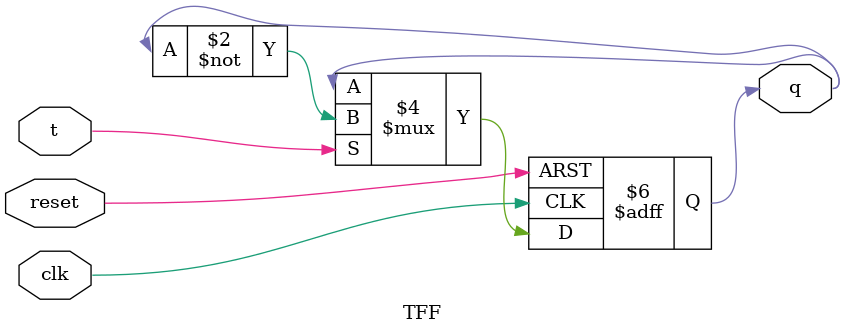
<source format=v>
`timescale 1ns / 1ps
module RIPPLE_COUNTER(
    input [3:0] T,
    input [3:0] CLK,
    input reset,
    input U_D,
    output [3:0] Q
    );
    TFF E1 (.q(Q[0]), .t(T[0]), .clk(CLK), .reset(reset));
    TFF E2 (.q(Q[1]), .t(T[1]), .clk(U_D ? Q[0] : ~Q[0]), .reset(reset));
    TFF E3 (.q(Q[2]), .t(T[2]), .clk(U_D ? Q[1] : ~Q[1]), .reset(reset));
    TFF E4 (.q(Q[3]), .t(T[3]), .clk(U_D ? Q[2] : ~Q[2]), .reset(reset));
endmodule

module TFF(
    input t,
    input clk,
    input reset,
    output reg q
    );
    initial begin
    q<=1'b0;
    end
    always @ (posedge clk or posedge reset)
    begin
    if(reset)
    q<=0;
    else if(t)
    q<=~q;
    end
endmodule

</source>
